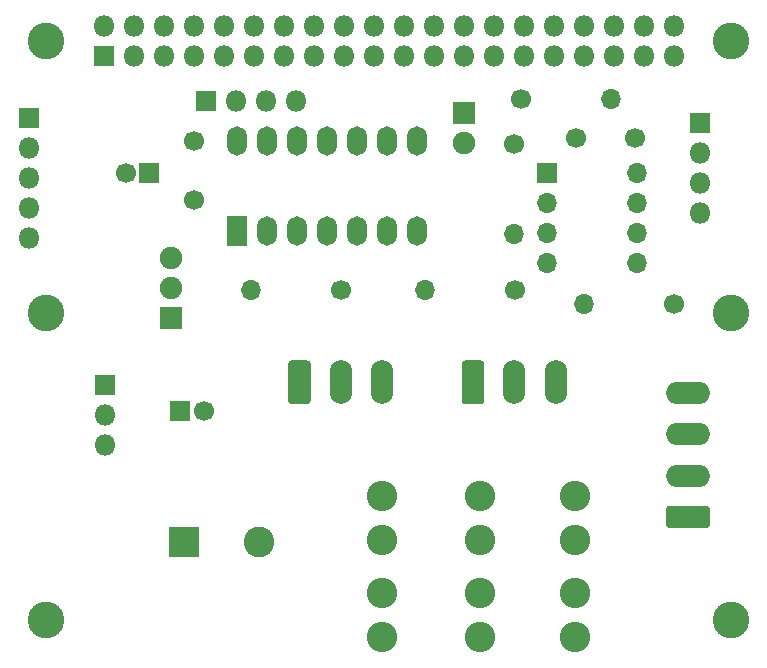
<source format=gbr>
%TF.GenerationSoftware,KiCad,Pcbnew,(5.1.6)-1*%
%TF.CreationDate,2020-09-01T19:55:03-04:00*%
%TF.ProjectId,PiHat,50694861-742e-46b6-9963-61645f706362,v1*%
%TF.SameCoordinates,Original*%
%TF.FileFunction,Soldermask,Bot*%
%TF.FilePolarity,Negative*%
%FSLAX46Y46*%
G04 Gerber Fmt 4.6, Leading zero omitted, Abs format (unit mm)*
G04 Created by KiCad (PCBNEW (5.1.6)-1) date 2020-09-01 19:55:03*
%MOMM*%
%LPD*%
G01*
G04 APERTURE LIST*
%ADD10O,1.800000X1.800000*%
%ADD11R,1.800000X1.800000*%
%ADD12C,3.100000*%
%ADD13O,3.700000X1.900000*%
%ADD14C,2.575000*%
%ADD15O,1.700000X1.700000*%
%ADD16R,1.700000X1.700000*%
%ADD17R,1.900000X1.900000*%
%ADD18C,1.900000*%
%ADD19O,1.700000X2.500000*%
%ADD20R,1.700000X2.500000*%
%ADD21C,1.700000*%
%ADD22O,1.900000X3.700000*%
%ADD23C,2.600000*%
%ADD24R,2.600000X2.600000*%
G04 APERTURE END LIST*
D10*
%TO.C,J9*%
X137400000Y-78820000D03*
X137400000Y-76280000D03*
X137400000Y-73740000D03*
D11*
X137400000Y-71200000D03*
%TD*%
D12*
%TO.C,H6*%
X140040000Y-87310000D03*
%TD*%
%TO.C,H5*%
X82040000Y-87310000D03*
%TD*%
D10*
%TO.C,J8*%
X103220000Y-69400000D03*
X100680000Y-69400000D03*
X98140000Y-69400000D03*
D11*
X95600000Y-69400000D03*
%TD*%
D13*
%TO.C,J7*%
X136400000Y-94100000D03*
X136400000Y-97600000D03*
X136400000Y-101100000D03*
G36*
G01*
X137986111Y-105550000D02*
X134813889Y-105550000D01*
G75*
G02*
X134550000Y-105286111I0J263889D01*
G01*
X134550000Y-103913889D01*
G75*
G02*
X134813889Y-103650000I263889J0D01*
G01*
X137986111Y-103650000D01*
G75*
G02*
X138250000Y-103913889I0J-263889D01*
G01*
X138250000Y-105286111D01*
G75*
G02*
X137986111Y-105550000I-263889J0D01*
G01*
G37*
%TD*%
D14*
%TO.C,F3*%
X126800000Y-102850000D03*
X126800000Y-114750000D03*
X126800000Y-106550000D03*
X126800000Y-111050000D03*
%TD*%
D12*
%TO.C,H4*%
X140030000Y-113310000D03*
%TD*%
%TO.C,H3*%
X82040000Y-113320000D03*
%TD*%
%TO.C,H2*%
X140040000Y-64330000D03*
%TD*%
%TO.C,H1*%
X82040000Y-64310000D03*
%TD*%
D15*
%TO.C,U3*%
X132070000Y-75500000D03*
X124450000Y-83120000D03*
X132070000Y-78040000D03*
X124450000Y-80580000D03*
X132070000Y-80580000D03*
X124450000Y-78040000D03*
X132070000Y-83120000D03*
D16*
X124450000Y-75500000D03*
%TD*%
D17*
%TO.C,U2*%
X92600000Y-87750000D03*
D18*
X92600000Y-85210000D03*
X92600000Y-82670000D03*
%TD*%
D19*
%TO.C,U1*%
X98200000Y-72780000D03*
X113440000Y-80400000D03*
X100740000Y-72780000D03*
X110900000Y-80400000D03*
X103280000Y-72780000D03*
X108360000Y-80400000D03*
X105820000Y-72780000D03*
X105820000Y-80400000D03*
X108360000Y-72780000D03*
X103280000Y-80400000D03*
X110900000Y-72780000D03*
X100740000Y-80400000D03*
X113440000Y-72780000D03*
D20*
X98200000Y-80400000D03*
%TD*%
D15*
%TO.C,R5*%
X127580000Y-86600000D03*
D21*
X135200000Y-86600000D03*
%TD*%
D15*
%TO.C,R4*%
X121700000Y-80620000D03*
D21*
X121700000Y-73000000D03*
%TD*%
D15*
%TO.C,R2*%
X114130000Y-85400000D03*
D21*
X121750000Y-85400000D03*
%TD*%
D15*
%TO.C,R3*%
X129870000Y-69250000D03*
D21*
X122250000Y-69250000D03*
%TD*%
D15*
%TO.C,R1*%
X99380000Y-85400000D03*
D21*
X107000000Y-85400000D03*
%TD*%
D10*
%TO.C,J6*%
X80600000Y-80980000D03*
X80600000Y-78440000D03*
X80600000Y-75900000D03*
X80600000Y-73360000D03*
D11*
X80600000Y-70820000D03*
%TD*%
D22*
%TO.C,J5*%
X125200000Y-93200000D03*
X121700000Y-93200000D03*
G36*
G01*
X117250000Y-94786111D02*
X117250000Y-91613889D01*
G75*
G02*
X117513889Y-91350000I263889J0D01*
G01*
X118886111Y-91350000D01*
G75*
G02*
X119150000Y-91613889I0J-263889D01*
G01*
X119150000Y-94786111D01*
G75*
G02*
X118886111Y-95050000I-263889J0D01*
G01*
X117513889Y-95050000D01*
G75*
G02*
X117250000Y-94786111I0J263889D01*
G01*
G37*
%TD*%
%TO.C,J4*%
X110500000Y-93200000D03*
X107000000Y-93200000D03*
G36*
G01*
X102550000Y-94786111D02*
X102550000Y-91613889D01*
G75*
G02*
X102813889Y-91350000I263889J0D01*
G01*
X104186111Y-91350000D01*
G75*
G02*
X104450000Y-91613889I0J-263889D01*
G01*
X104450000Y-94786111D01*
G75*
G02*
X104186111Y-95050000I-263889J0D01*
G01*
X102813889Y-95050000D01*
G75*
G02*
X102550000Y-94786111I0J263889D01*
G01*
G37*
%TD*%
D10*
%TO.C,J3*%
X87000000Y-98480000D03*
X87000000Y-95940000D03*
D11*
X87000000Y-93400000D03*
%TD*%
D23*
%TO.C,J2*%
X100100000Y-106750000D03*
D24*
X93750000Y-106750000D03*
%TD*%
D10*
%TO.C,J1*%
X135180000Y-63050000D03*
X135180000Y-65590000D03*
X132640000Y-63050000D03*
X132640000Y-65590000D03*
X130100000Y-63050000D03*
X130100000Y-65590000D03*
X127560000Y-63050000D03*
X127560000Y-65590000D03*
X125020000Y-63050000D03*
X125020000Y-65590000D03*
X122480000Y-63050000D03*
X122480000Y-65590000D03*
X119940000Y-63050000D03*
X119940000Y-65590000D03*
X117400000Y-63050000D03*
X117400000Y-65590000D03*
X114860000Y-63050000D03*
X114860000Y-65590000D03*
X112320000Y-63050000D03*
X112320000Y-65590000D03*
X109780000Y-63050000D03*
X109780000Y-65590000D03*
X107240000Y-63050000D03*
X107240000Y-65590000D03*
X104700000Y-63050000D03*
X104700000Y-65590000D03*
X102160000Y-63050000D03*
X102160000Y-65590000D03*
X99620000Y-63050000D03*
X99620000Y-65590000D03*
X97080000Y-63050000D03*
X97080000Y-65590000D03*
X94540000Y-63050000D03*
X94540000Y-65590000D03*
X92000000Y-63050000D03*
X92000000Y-65590000D03*
X89460000Y-63050000D03*
X89460000Y-65590000D03*
X86920000Y-63050000D03*
D11*
X86920000Y-65590000D03*
%TD*%
D14*
%TO.C,F2*%
X118750000Y-102850000D03*
X118750000Y-114750000D03*
X118750000Y-106550000D03*
X118750000Y-111050000D03*
%TD*%
%TO.C,F1*%
X110500000Y-102850000D03*
X110500000Y-114750000D03*
X110500000Y-106550000D03*
X110500000Y-111050000D03*
%TD*%
D18*
%TO.C,D1*%
X117400000Y-72940000D03*
D17*
X117400000Y-70400000D03*
%TD*%
D21*
%TO.C,C4*%
X126950000Y-72500000D03*
X131950000Y-72500000D03*
%TD*%
%TO.C,C3*%
X94600000Y-77800000D03*
X94600000Y-72800000D03*
%TD*%
%TO.C,C2*%
X88800000Y-75500000D03*
D16*
X90800000Y-75500000D03*
%TD*%
D21*
%TO.C,C1*%
X95400000Y-95600000D03*
D16*
X93400000Y-95600000D03*
%TD*%
M02*

</source>
